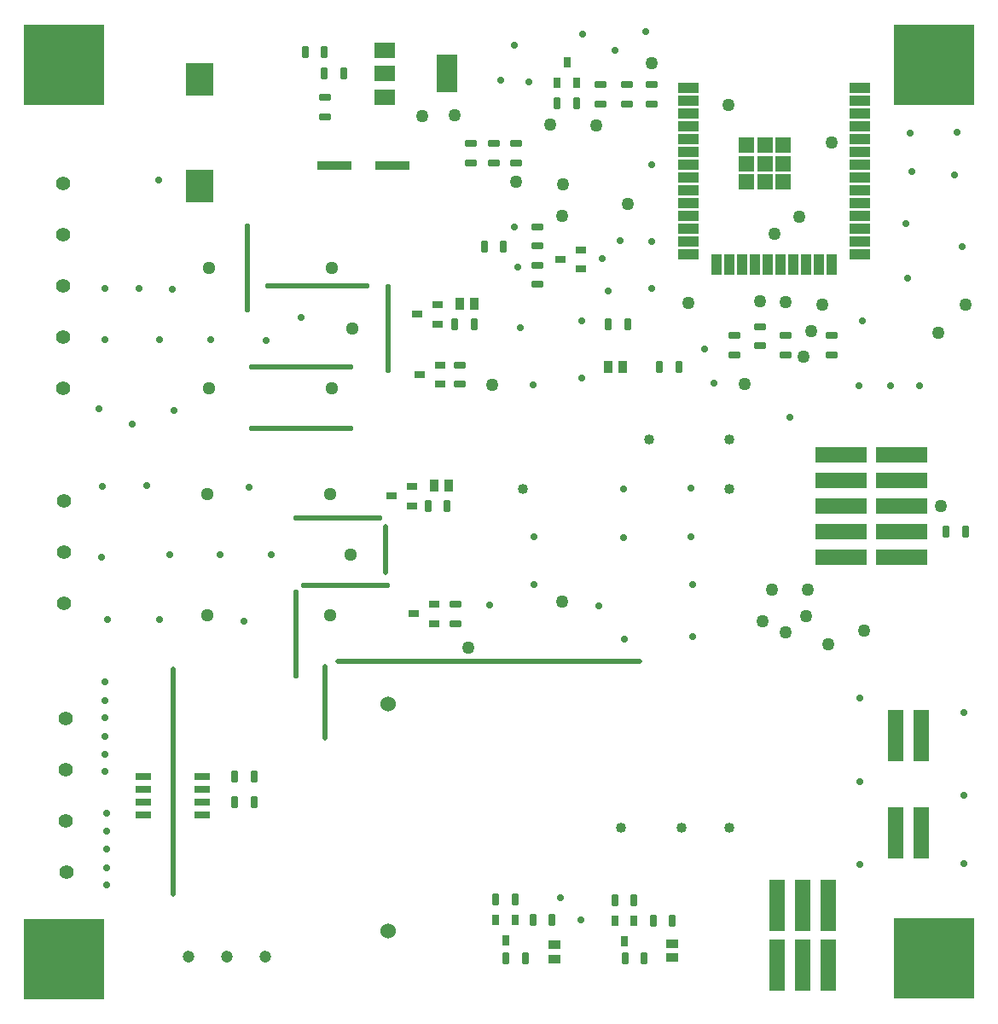
<source format=gts>
G04*
G04 #@! TF.GenerationSoftware,Altium Limited,Altium Designer,21.0.8 (223)*
G04*
G04 Layer_Color=8388736*
%FSLAX25Y25*%
%MOIN*%
G70*
G04*
G04 #@! TF.SameCoordinates,D13D4976-0AF9-4397-BE84-B4B6C9367268*
G04*
G04*
G04 #@! TF.FilePolarity,Negative*
G04*
G01*
G75*
%ADD19R,0.08000X0.03900*%
%ADD20R,0.03900X0.08000*%
%ADD21R,0.08000X0.04000*%
%ADD22R,0.05910X0.03030*%
%ADD23R,0.03000X0.04000*%
%ADD24R,0.04000X0.03000*%
%ADD25R,0.08000X0.06000*%
%ADD26R,0.08000X0.15000*%
%ADD27R,0.13583X0.03543*%
G04:AMPARAMS|DCode=30|XSize=27.56mil|YSize=49.21mil|CornerRadius=6.89mil|HoleSize=0mil|Usage=FLASHONLY|Rotation=0.000|XOffset=0mil|YOffset=0mil|HoleType=Round|Shape=RoundedRectangle|*
%AMROUNDEDRECTD30*
21,1,0.02756,0.03543,0,0,0.0*
21,1,0.01378,0.04921,0,0,0.0*
1,1,0.01378,0.00689,-0.01772*
1,1,0.01378,-0.00689,-0.01772*
1,1,0.01378,-0.00689,0.01772*
1,1,0.01378,0.00689,0.01772*
%
%ADD30ROUNDEDRECTD30*%
G04:AMPARAMS|DCode=31|XSize=27.56mil|YSize=49.21mil|CornerRadius=6.89mil|HoleSize=0mil|Usage=FLASHONLY|Rotation=90.000|XOffset=0mil|YOffset=0mil|HoleType=Round|Shape=RoundedRectangle|*
%AMROUNDEDRECTD31*
21,1,0.02756,0.03543,0,0,90.0*
21,1,0.01378,0.04921,0,0,90.0*
1,1,0.01378,0.01772,0.00689*
1,1,0.01378,0.01772,-0.00689*
1,1,0.01378,-0.01772,-0.00689*
1,1,0.01378,-0.01772,0.00689*
%
%ADD31ROUNDEDRECTD31*%
%ADD32R,0.10984X0.12598*%
%ADD33R,0.04945X0.03799*%
%ADD34R,0.03799X0.04945*%
%ADD35R,0.06000X0.06000*%
%ADD36C,0.05512*%
%ADD37C,0.06000*%
%ADD38R,0.31500X0.31500*%
%ADD39C,0.05100*%
%ADD40C,0.04000*%
%ADD41R,0.06000X0.20000*%
%ADD42R,0.20000X0.06000*%
%ADD43C,0.04700*%
%ADD44R,0.06000X0.20000*%
%ADD45O,0.02000X0.90000*%
%ADD46O,0.35000X0.02000*%
%ADD47O,1.20000X0.02000*%
%ADD48O,0.02000X0.30000*%
%ADD49O,0.02000X0.20000*%
%ADD50O,0.02000X0.35000*%
%ADD51O,0.41000X0.02000*%
%ADD52C,0.02800*%
%ADD53C,0.05000*%
D19*
X264000Y295000D02*
D03*
Y300000D02*
D03*
Y305000D02*
D03*
Y310000D02*
D03*
Y315000D02*
D03*
Y320000D02*
D03*
Y325000D02*
D03*
Y330000D02*
D03*
Y335000D02*
D03*
Y340000D02*
D03*
Y345000D02*
D03*
Y350000D02*
D03*
Y355000D02*
D03*
Y360000D02*
D03*
X330929D02*
D03*
Y355000D02*
D03*
Y350000D02*
D03*
Y345000D02*
D03*
Y335000D02*
D03*
Y330000D02*
D03*
Y325000D02*
D03*
Y320000D02*
D03*
Y315000D02*
D03*
Y310000D02*
D03*
Y305079D02*
D03*
Y300000D02*
D03*
Y295000D02*
D03*
D20*
X284965Y291063D02*
D03*
X289965D02*
D03*
X294965Y291100D02*
D03*
X299965Y291063D02*
D03*
X304965D02*
D03*
X309965D02*
D03*
X314965D02*
D03*
X274965D02*
D03*
X279965D02*
D03*
X319965D02*
D03*
D21*
X330929Y340000D02*
D03*
D22*
X74000Y91000D02*
D03*
Y86000D02*
D03*
Y81000D02*
D03*
Y76000D02*
D03*
X51000D02*
D03*
Y81000D02*
D03*
Y86000D02*
D03*
Y91000D02*
D03*
D23*
X192500Y27000D02*
D03*
X196250Y35000D02*
D03*
X188750D02*
D03*
X239000Y26500D02*
D03*
X242750Y34500D02*
D03*
X235250D02*
D03*
X216500Y370000D02*
D03*
X212750Y362000D02*
D03*
X220250D02*
D03*
D24*
X156500Y154500D02*
D03*
X164500Y150750D02*
D03*
Y158250D02*
D03*
X159000Y248000D02*
D03*
X167000Y244250D02*
D03*
Y251750D02*
D03*
X156000Y204250D02*
D03*
Y196750D02*
D03*
X148000Y200500D02*
D03*
X166000Y275250D02*
D03*
Y267750D02*
D03*
X158000Y271500D02*
D03*
X222000Y296750D02*
D03*
Y289250D02*
D03*
X214000Y293000D02*
D03*
D25*
X145250Y374560D02*
D03*
Y365500D02*
D03*
Y356440D02*
D03*
D26*
X169750Y365560D02*
D03*
D27*
X125779Y329500D02*
D03*
X148221D02*
D03*
D30*
X196240Y43000D02*
D03*
X188760D02*
D03*
X210740Y35000D02*
D03*
X203260D02*
D03*
X364760Y186500D02*
D03*
X372240D02*
D03*
X192760Y20000D02*
D03*
X200240D02*
D03*
X235260Y42500D02*
D03*
X242740D02*
D03*
X257740Y34500D02*
D03*
X250260D02*
D03*
X239260Y20000D02*
D03*
X246740D02*
D03*
X220240Y354000D02*
D03*
X212760D02*
D03*
X114260Y374000D02*
D03*
X121740D02*
D03*
X232760Y267500D02*
D03*
X240240D02*
D03*
X121760Y365500D02*
D03*
X129240D02*
D03*
X169740Y196500D02*
D03*
X162260D02*
D03*
X180240Y267500D02*
D03*
X172760D02*
D03*
X184260Y298000D02*
D03*
X191740D02*
D03*
X252760Y251000D02*
D03*
X260240D02*
D03*
X94240Y81000D02*
D03*
X86760D02*
D03*
Y91000D02*
D03*
X94240D02*
D03*
D31*
X282000Y263240D02*
D03*
Y255760D02*
D03*
X292000Y266740D02*
D03*
Y259260D02*
D03*
X179000Y330760D02*
D03*
Y338240D02*
D03*
X302000Y255760D02*
D03*
Y263240D02*
D03*
X320000Y255760D02*
D03*
Y263240D02*
D03*
X196500Y330760D02*
D03*
Y338240D02*
D03*
X173000Y150760D02*
D03*
Y158240D02*
D03*
X174500Y244260D02*
D03*
Y251740D02*
D03*
X205000Y298260D02*
D03*
Y305740D02*
D03*
X188000Y338240D02*
D03*
Y330760D02*
D03*
X249500Y361240D02*
D03*
Y353760D02*
D03*
X240000Y361240D02*
D03*
Y353760D02*
D03*
X229500Y361240D02*
D03*
Y353760D02*
D03*
X122000Y356240D02*
D03*
Y348760D02*
D03*
X205000Y283260D02*
D03*
Y290740D02*
D03*
D32*
X73000Y321634D02*
D03*
Y363366D02*
D03*
D33*
X211500Y25216D02*
D03*
Y19783D02*
D03*
X257500Y20283D02*
D03*
Y25717D02*
D03*
D34*
X238216Y251000D02*
D03*
X232784D02*
D03*
X170217Y204500D02*
D03*
X164784D02*
D03*
X180217Y275500D02*
D03*
X174784D02*
D03*
D35*
X293800Y337600D02*
D03*
X301100D02*
D03*
X286500Y330400D02*
D03*
X293800D02*
D03*
X301100D02*
D03*
X286500Y323200D02*
D03*
X293800D02*
D03*
X301100D02*
D03*
X286500Y337600D02*
D03*
D36*
X20500Y93500D02*
D03*
Y73500D02*
D03*
Y113500D02*
D03*
X20800Y53700D02*
D03*
X20000Y198500D02*
D03*
Y178500D02*
D03*
Y158500D02*
D03*
X19600Y242500D02*
D03*
Y262500D02*
D03*
Y282500D02*
D03*
Y302500D02*
D03*
Y322500D02*
D03*
D37*
X146500Y30710D02*
D03*
Y119290D02*
D03*
D38*
X20000Y369000D02*
D03*
Y19600D02*
D03*
X360000Y20000D02*
D03*
Y369000D02*
D03*
D39*
X124000Y154000D02*
D03*
X75970D02*
D03*
X124000Y201240D02*
D03*
X75970D02*
D03*
X131990Y177620D02*
D03*
X124500Y242500D02*
D03*
X76470D02*
D03*
X124500Y289740D02*
D03*
X76470D02*
D03*
X132490Y266120D02*
D03*
D40*
X279996Y203209D02*
D03*
X199287D02*
D03*
X261296Y70925D02*
D03*
X237673D02*
D03*
X248500Y222500D02*
D03*
X279996Y70925D02*
D03*
Y222500D02*
D03*
D41*
X298500Y40800D02*
D03*
X308500D02*
D03*
X318500D02*
D03*
X298500Y17200D02*
D03*
X308500D02*
D03*
X318500D02*
D03*
D42*
X323700Y196500D02*
D03*
Y206500D02*
D03*
Y216500D02*
D03*
Y186500D02*
D03*
Y176500D02*
D03*
X347300D02*
D03*
Y186500D02*
D03*
Y196500D02*
D03*
Y206500D02*
D03*
Y216500D02*
D03*
D43*
X98500Y20500D02*
D03*
X83500D02*
D03*
X68500D02*
D03*
D44*
X355000Y107000D02*
D03*
X345000D02*
D03*
Y69000D02*
D03*
X355000D02*
D03*
D45*
X62500Y89000D02*
D03*
D46*
X127000Y192000D02*
D03*
X130000Y165500D02*
D03*
D47*
X186000Y136000D02*
D03*
D48*
X122000Y120000D02*
D03*
D49*
X145500Y179500D02*
D03*
D50*
X110500Y146500D02*
D03*
X91500Y289500D02*
D03*
X146500Y266000D02*
D03*
D51*
X119000Y282500D02*
D03*
X112500Y251000D02*
D03*
Y227000D02*
D03*
D52*
X249562Y281494D02*
D03*
Y299994D02*
D03*
X249500Y330000D02*
D03*
X237400Y300400D02*
D03*
X332000Y269000D02*
D03*
X36000Y120800D02*
D03*
Y114100D02*
D03*
Y99600D02*
D03*
Y92900D02*
D03*
Y106800D02*
D03*
Y128000D02*
D03*
X36500Y69800D02*
D03*
Y62500D02*
D03*
Y55300D02*
D03*
Y76500D02*
D03*
Y48600D02*
D03*
X229000Y157500D02*
D03*
X230207Y293193D02*
D03*
X34500Y176500D02*
D03*
X46500Y228500D02*
D03*
X36000Y261500D02*
D03*
X331000Y56500D02*
D03*
Y89000D02*
D03*
Y121500D02*
D03*
X303514Y231300D02*
D03*
X49300Y281500D02*
D03*
X62200Y281400D02*
D03*
X214100Y43600D02*
D03*
X371500Y57000D02*
D03*
Y116000D02*
D03*
Y83500D02*
D03*
X238900Y144500D02*
D03*
X265700Y145500D02*
D03*
X265500Y165900D02*
D03*
X265100Y184600D02*
D03*
Y203500D02*
D03*
X238600Y184400D02*
D03*
X238700Y203300D02*
D03*
X203500Y165900D02*
D03*
Y184800D02*
D03*
X348900Y307100D02*
D03*
X370800Y298100D02*
D03*
X368100Y326000D02*
D03*
X368800Y342700D02*
D03*
X351300Y327300D02*
D03*
X350700Y342200D02*
D03*
X349500Y285600D02*
D03*
X354200Y243800D02*
D03*
X343100Y243500D02*
D03*
X330700D02*
D03*
X273800Y244500D02*
D03*
X270200Y258000D02*
D03*
X232500Y280800D02*
D03*
X247300Y382000D02*
D03*
X235300Y374700D02*
D03*
X222700Y380900D02*
D03*
X196000Y376700D02*
D03*
X201600Y362400D02*
D03*
X190500Y363100D02*
D03*
X195900Y305700D02*
D03*
X197400Y290100D02*
D03*
X198300Y266400D02*
D03*
X203200Y244100D02*
D03*
X222300Y246500D02*
D03*
X222200Y269100D02*
D03*
X36000Y281600D02*
D03*
X112600Y270300D02*
D03*
X98800Y261400D02*
D03*
X77200Y261700D02*
D03*
X57300D02*
D03*
X62800Y233900D02*
D03*
X33500Y234600D02*
D03*
X92200Y204100D02*
D03*
X52200Y204500D02*
D03*
X35100Y204300D02*
D03*
X90300Y151800D02*
D03*
X57200Y152200D02*
D03*
X37100D02*
D03*
X61300Y177500D02*
D03*
X100900D02*
D03*
X81100D02*
D03*
X222000Y35000D02*
D03*
X57000Y324000D02*
D03*
X186264Y158150D02*
D03*
D53*
X240414Y314600D02*
D03*
X215014Y322400D02*
D03*
X214514Y309900D02*
D03*
X279600Y353300D02*
D03*
X361514Y264400D02*
D03*
X320100Y338800D02*
D03*
X316200Y275400D02*
D03*
X264000Y276000D02*
D03*
X307300Y309600D02*
D03*
X297514Y302900D02*
D03*
X312000Y265000D02*
D03*
X292000Y276563D02*
D03*
X301822Y147322D02*
D03*
X293000Y151500D02*
D03*
X318500Y142500D02*
D03*
X372250Y275250D02*
D03*
X362500Y196500D02*
D03*
X296514Y164000D02*
D03*
X310500D02*
D03*
X309000Y254963D02*
D03*
X210100Y345500D02*
D03*
X310100Y153500D02*
D03*
X302014Y276400D02*
D03*
X249500Y369600D02*
D03*
X214514Y159400D02*
D03*
X178014Y141400D02*
D03*
X286014Y244400D02*
D03*
X332514Y147900D02*
D03*
X196514Y323400D02*
D03*
X228014Y345400D02*
D03*
X172514Y349400D02*
D03*
X160014Y348900D02*
D03*
X187414Y243900D02*
D03*
M02*

</source>
